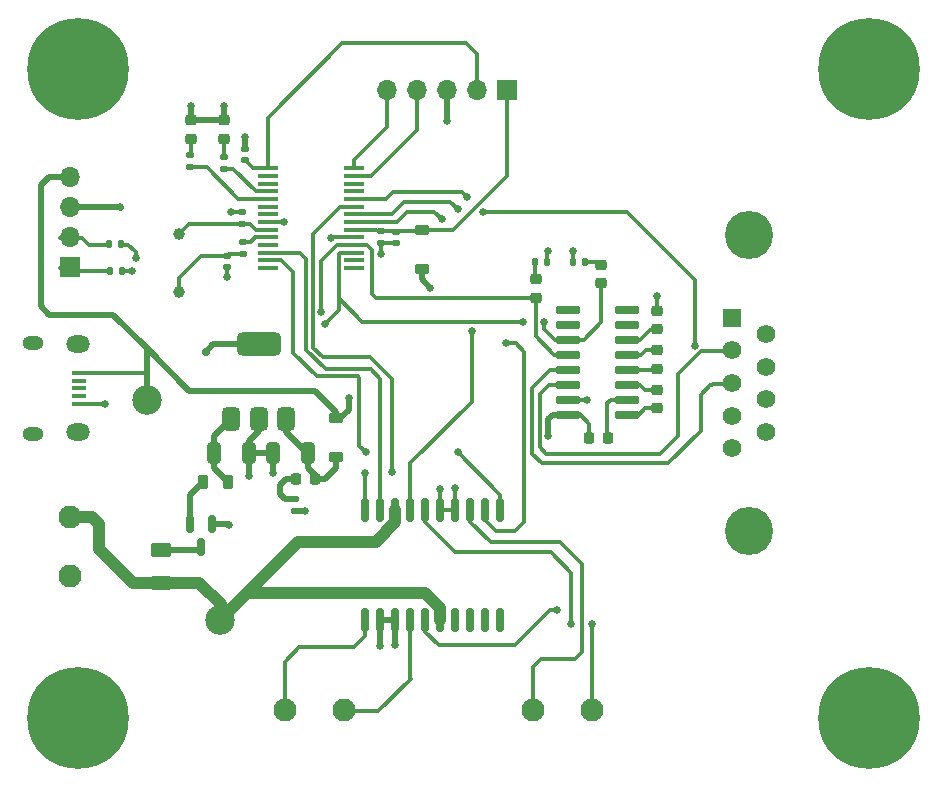
<source format=gbr>
%TF.GenerationSoftware,KiCad,Pcbnew,9.0.0*%
%TF.CreationDate,2025-05-02T19:21:31+02:00*%
%TF.ProjectId,PIC_GATE_LOCK_SYSTEM,5049435f-4741-4544-955f-4c4f434b5f53,rev?*%
%TF.SameCoordinates,Original*%
%TF.FileFunction,Copper,L1,Top*%
%TF.FilePolarity,Positive*%
%FSLAX46Y46*%
G04 Gerber Fmt 4.6, Leading zero omitted, Abs format (unit mm)*
G04 Created by KiCad (PCBNEW 9.0.0) date 2025-05-02 19:21:31*
%MOMM*%
%LPD*%
G01*
G04 APERTURE LIST*
G04 Aperture macros list*
%AMRoundRect*
0 Rectangle with rounded corners*
0 $1 Rounding radius*
0 $2 $3 $4 $5 $6 $7 $8 $9 X,Y pos of 4 corners*
0 Add a 4 corners polygon primitive as box body*
4,1,4,$2,$3,$4,$5,$6,$7,$8,$9,$2,$3,0*
0 Add four circle primitives for the rounded corners*
1,1,$1+$1,$2,$3*
1,1,$1+$1,$4,$5*
1,1,$1+$1,$6,$7*
1,1,$1+$1,$8,$9*
0 Add four rect primitives between the rounded corners*
20,1,$1+$1,$2,$3,$4,$5,0*
20,1,$1+$1,$4,$5,$6,$7,0*
20,1,$1+$1,$6,$7,$8,$9,0*
20,1,$1+$1,$8,$9,$2,$3,0*%
G04 Aperture macros list end*
%TA.AperFunction,SMDPad,CuDef*%
%ADD10RoundRect,0.150000X-0.150000X0.875000X-0.150000X-0.875000X0.150000X-0.875000X0.150000X0.875000X0*%
%TD*%
%TA.AperFunction,SMDPad,CuDef*%
%ADD11RoundRect,0.225000X0.375000X-0.225000X0.375000X0.225000X-0.375000X0.225000X-0.375000X-0.225000X0*%
%TD*%
%TA.AperFunction,ComponentPad*%
%ADD12R,1.700000X1.700000*%
%TD*%
%TA.AperFunction,ComponentPad*%
%ADD13O,1.700000X1.700000*%
%TD*%
%TA.AperFunction,SMDPad,CuDef*%
%ADD14RoundRect,0.218750X-0.256250X0.218750X-0.256250X-0.218750X0.256250X-0.218750X0.256250X0.218750X0*%
%TD*%
%TA.AperFunction,SMDPad,CuDef*%
%ADD15RoundRect,0.250000X0.625000X-0.375000X0.625000X0.375000X-0.625000X0.375000X-0.625000X-0.375000X0*%
%TD*%
%TA.AperFunction,SMDPad,CuDef*%
%ADD16RoundRect,0.135000X-0.135000X-0.185000X0.135000X-0.185000X0.135000X0.185000X-0.135000X0.185000X0*%
%TD*%
%TA.AperFunction,ComponentPad*%
%ADD17C,1.950000*%
%TD*%
%TA.AperFunction,SMDPad,CuDef*%
%ADD18RoundRect,0.135000X0.135000X0.185000X-0.135000X0.185000X-0.135000X-0.185000X0.135000X-0.185000X0*%
%TD*%
%TA.AperFunction,SMDPad,CuDef*%
%ADD19RoundRect,0.140000X0.170000X-0.140000X0.170000X0.140000X-0.170000X0.140000X-0.170000X-0.140000X0*%
%TD*%
%TA.AperFunction,ComponentPad*%
%ADD20R,1.575000X1.575000*%
%TD*%
%TA.AperFunction,ComponentPad*%
%ADD21C,1.575000*%
%TD*%
%TA.AperFunction,ComponentPad*%
%ADD22C,4.066000*%
%TD*%
%TA.AperFunction,ComponentPad*%
%ADD23C,0.900000*%
%TD*%
%TA.AperFunction,ComponentPad*%
%ADD24C,8.600000*%
%TD*%
%TA.AperFunction,SMDPad,CuDef*%
%ADD25RoundRect,0.135000X-0.185000X0.135000X-0.185000X-0.135000X0.185000X-0.135000X0.185000X0.135000X0*%
%TD*%
%TA.AperFunction,SMDPad,CuDef*%
%ADD26RoundRect,0.250000X0.325000X0.650000X-0.325000X0.650000X-0.325000X-0.650000X0.325000X-0.650000X0*%
%TD*%
%TA.AperFunction,SMDPad,CuDef*%
%ADD27RoundRect,0.140000X-0.170000X0.140000X-0.170000X-0.140000X0.170000X-0.140000X0.170000X0.140000X0*%
%TD*%
%TA.AperFunction,SMDPad,CuDef*%
%ADD28RoundRect,0.250000X-0.325000X-0.650000X0.325000X-0.650000X0.325000X0.650000X-0.325000X0.650000X0*%
%TD*%
%TA.AperFunction,SMDPad,CuDef*%
%ADD29RoundRect,0.218750X-0.218750X-0.381250X0.218750X-0.381250X0.218750X0.381250X-0.218750X0.381250X0*%
%TD*%
%TA.AperFunction,SMDPad,CuDef*%
%ADD30RoundRect,0.150000X-0.150000X0.587500X-0.150000X-0.587500X0.150000X-0.587500X0.150000X0.587500X0*%
%TD*%
%TA.AperFunction,SMDPad,CuDef*%
%ADD31R,1.655601X0.431800*%
%TD*%
%TA.AperFunction,SMDPad,CuDef*%
%ADD32C,2.500000*%
%TD*%
%TA.AperFunction,SMDPad,CuDef*%
%ADD33RoundRect,0.225000X0.250000X-0.225000X0.250000X0.225000X-0.250000X0.225000X-0.250000X-0.225000X0*%
%TD*%
%TA.AperFunction,SMDPad,CuDef*%
%ADD34RoundRect,0.375000X0.375000X-0.625000X0.375000X0.625000X-0.375000X0.625000X-0.375000X-0.625000X0*%
%TD*%
%TA.AperFunction,SMDPad,CuDef*%
%ADD35RoundRect,0.500000X1.400000X-0.500000X1.400000X0.500000X-1.400000X0.500000X-1.400000X-0.500000X0*%
%TD*%
%TA.AperFunction,SMDPad,CuDef*%
%ADD36RoundRect,0.225000X-0.225000X-0.250000X0.225000X-0.250000X0.225000X0.250000X-0.225000X0.250000X0*%
%TD*%
%TA.AperFunction,SMDPad,CuDef*%
%ADD37RoundRect,0.075000X0.910000X0.225000X-0.910000X0.225000X-0.910000X-0.225000X0.910000X-0.225000X0*%
%TD*%
%TA.AperFunction,SMDPad,CuDef*%
%ADD38RoundRect,0.225000X-0.375000X0.225000X-0.375000X-0.225000X0.375000X-0.225000X0.375000X0.225000X0*%
%TD*%
%TA.AperFunction,SMDPad,CuDef*%
%ADD39RoundRect,0.218750X-0.218750X-0.256250X0.218750X-0.256250X0.218750X0.256250X-0.218750X0.256250X0*%
%TD*%
%TA.AperFunction,SMDPad,CuDef*%
%ADD40RoundRect,0.135000X0.185000X-0.135000X0.185000X0.135000X-0.185000X0.135000X-0.185000X-0.135000X0*%
%TD*%
%TA.AperFunction,SMDPad,CuDef*%
%ADD41R,1.300000X0.450000*%
%TD*%
%TA.AperFunction,HeatsinkPad*%
%ADD42O,1.800000X1.150000*%
%TD*%
%TA.AperFunction,HeatsinkPad*%
%ADD43O,2.000000X1.450000*%
%TD*%
%TA.AperFunction,ComponentPad*%
%ADD44C,1.007000*%
%TD*%
%TA.AperFunction,ViaPad*%
%ADD45C,0.650000*%
%TD*%
%TA.AperFunction,ViaPad*%
%ADD46C,0.700000*%
%TD*%
%TA.AperFunction,Conductor*%
%ADD47C,0.300000*%
%TD*%
%TA.AperFunction,Conductor*%
%ADD48C,0.500000*%
%TD*%
%TA.AperFunction,Conductor*%
%ADD49C,1.000000*%
%TD*%
G04 APERTURE END LIST*
D10*
%TO.P,U4,20*%
%TO.N,N/C*%
X140080000Y-121660000D03*
%TO.P,U4,19*%
X138810000Y-121660000D03*
%TO.P,U4,18*%
X137540000Y-121660000D03*
%TO.P,U4,17*%
X136270000Y-121660000D03*
%TO.P,U4,16,VCC1*%
%TO.N,+12V*%
X135000000Y-121660000D03*
%TO.P,U4,15,4A*%
%TO.N,RB3*%
X133730000Y-121660000D03*
%TO.P,U4,14,4Y*%
%TO.N,Net-(M2-Pin_2)*%
X132460000Y-121660000D03*
%TO.P,U4,13,GND*%
%TO.N,GND*%
X131190000Y-121660000D03*
%TO.P,U4,12,GND*%
X129920000Y-121660000D03*
%TO.P,U4,11,3Y*%
%TO.N,Net-(M2-Pin_1)*%
X128650000Y-121660000D03*
%TO.P,U4,10,3A*%
%TO.N,RB2*%
X128650000Y-112350000D03*
%TO.P,U4,9,EN3\u002C4*%
%TO.N,EN3.4*%
X129920000Y-112350000D03*
%TO.P,U4,8,VCC2*%
%TO.N,+12V*%
X131190000Y-112350000D03*
%TO.P,U4,7,2A*%
%TO.N,RB1*%
X132460000Y-112350000D03*
%TO.P,U4,6,2Y*%
%TO.N,Net-(M1-Pin_2)*%
X133730000Y-112350000D03*
%TO.P,U4,5,GND*%
%TO.N,GND*%
X135000000Y-112350000D03*
%TO.P,U4,4,GND*%
X136270000Y-112350000D03*
%TO.P,U4,3,1Y*%
%TO.N,Net-(M1-Pin_1)*%
X137540000Y-112350000D03*
%TO.P,U4,2,1A*%
%TO.N,RB0*%
X138810000Y-112350000D03*
%TO.P,U4,1,EN1\u002C2*%
%TO.N,EN1.2*%
X140080000Y-112350000D03*
%TD*%
D11*
%TO.P,D1,2,A*%
%TO.N,+5V*%
X126160000Y-104580000D03*
%TO.P,D1,1,K*%
%TO.N,Net-(D1-K)*%
X126160000Y-107880000D03*
%TD*%
D12*
%TO.P,J2,1,Pin_1*%
%TO.N,PIC_VDD*%
X140650000Y-76800000D03*
D13*
%TO.P,J2,2,Pin_2*%
%TO.N,MCLR*%
X138110000Y-76800000D03*
%TO.P,J2,3,Pin_3*%
%TO.N,GND*%
X135570000Y-76800000D03*
%TO.P,J2,4,Pin_4*%
%TO.N,ICSP_CLK*%
X133030000Y-76800000D03*
%TO.P,J2,5,Pin_5*%
%TO.N,ICSP_DAT*%
X130490000Y-76800000D03*
%TD*%
D14*
%TO.P,RXD,1,K*%
%TO.N,Net-(D3-K)*%
X143050000Y-92820000D03*
%TO.P,RXD,2,A*%
%TO.N,PIC_RXD*%
X143050000Y-94395000D03*
%TD*%
D15*
%TO.P,F1,1*%
%TO.N,+12V*%
X111345000Y-118487500D03*
%TO.P,F1,2*%
%TO.N,Net-(Q1-D)*%
X111345000Y-115687500D03*
%TD*%
D16*
%TO.P,R4,1*%
%TO.N,Net-(J4-Pin_2)*%
X106910000Y-89850000D03*
%TO.P,R4,2*%
%TO.N,PIC_RXD*%
X107930000Y-89850000D03*
%TD*%
D17*
%TO.P,M2,1,Pin_1*%
%TO.N,Net-(M2-Pin_1)*%
X121850000Y-129250000D03*
%TO.P,M2,2,Pin_2*%
%TO.N,Net-(M2-Pin_2)*%
X126850000Y-129250000D03*
%TD*%
D18*
%TO.P,R3,1*%
%TO.N,Net-(D4-K)*%
X147225000Y-91380000D03*
%TO.P,R3,2*%
%TO.N,GND*%
X146205000Y-91380000D03*
%TD*%
D19*
%TO.P,C7,1*%
%TO.N,MCLR*%
X118415000Y-82705000D03*
%TO.P,C7,2*%
%TO.N,GND*%
X118415000Y-81745000D03*
%TD*%
D20*
%TO.P,J3,1,1*%
%TO.N,unconnected-(J3-Pad1)*%
X159680000Y-96045000D03*
D21*
%TO.P,J3,2,2*%
%TO.N,RXD*%
X159680000Y-98815000D03*
%TO.P,J3,3,3*%
%TO.N,TXD*%
X159680000Y-101585000D03*
%TO.P,J3,4,4*%
%TO.N,unconnected-(J3-Pad4)*%
X159680000Y-104355000D03*
%TO.P,J3,5,5*%
%TO.N,GND*%
X159680000Y-107125000D03*
%TO.P,J3,6,6*%
%TO.N,unconnected-(J3-Pad6)*%
X162520000Y-97430000D03*
%TO.P,J3,7,7*%
%TO.N,unconnected-(J3-Pad7)*%
X162520000Y-100200000D03*
%TO.P,J3,8,8*%
%TO.N,unconnected-(J3-Pad8)*%
X162520000Y-102970000D03*
%TO.P,J3,9,9*%
%TO.N,unconnected-(J3-Pad9)*%
X162520000Y-105740000D03*
D22*
%TO.P,J3,S1*%
%TO.N,N/C*%
X161100000Y-114080000D03*
%TO.P,J3,S2*%
X161100000Y-89090000D03*
%TD*%
D17*
%TO.P,M1,1,Pin_1*%
%TO.N,Net-(M1-Pin_1)*%
X142850000Y-129250000D03*
%TO.P,M1,2,Pin_2*%
%TO.N,Net-(M1-Pin_2)*%
X147850000Y-129250000D03*
%TD*%
D23*
%TO.P,H2,1,1*%
%TO.N,GND*%
X101115419Y-75010419D03*
X102060000Y-72730000D03*
X102060000Y-77290838D03*
X104340419Y-71785419D03*
D24*
X104340419Y-75010419D03*
D23*
X104340419Y-78235419D03*
X106620838Y-72730000D03*
X106620838Y-77290838D03*
X107565419Y-75010419D03*
%TD*%
D25*
%TO.P,R8,1*%
%TO.N,PIC_OSC2*%
X118275000Y-89645000D03*
%TO.P,R8,2*%
%TO.N,Net-(C11-Pad1)*%
X118275000Y-90665000D03*
%TD*%
D26*
%TO.P,C4,1*%
%TO.N,Net-(D1-K)*%
X123805000Y-107505000D03*
%TO.P,C4,2*%
%TO.N,GND*%
X120855000Y-107505000D03*
%TD*%
D27*
%TO.P,C9,1*%
%TO.N,PIC_VDD*%
X129970000Y-88740000D03*
%TO.P,C9,2*%
%TO.N,GND*%
X129970000Y-89700000D03*
%TD*%
D16*
%TO.P,R5,1*%
%TO.N,Net-(J4-Pin_1)*%
X106990000Y-92090000D03*
%TO.P,R5,2*%
%TO.N,PIC_TXD*%
X108010000Y-92090000D03*
%TD*%
%TO.P,R2,1*%
%TO.N,Net-(D3-K)*%
X143025000Y-91300000D03*
%TO.P,R2,2*%
%TO.N,GND*%
X144045000Y-91300000D03*
%TD*%
D25*
%TO.P,R1,1*%
%TO.N,Net-(D2-K)*%
X122655000Y-111435000D03*
%TO.P,R1,2*%
%TO.N,GND*%
X122655000Y-112455000D03*
%TD*%
D28*
%TO.P,C5,1*%
%TO.N,Net-(U2-IN)*%
X115820000Y-107545000D03*
%TO.P,C5,2*%
%TO.N,GND*%
X118770000Y-107545000D03*
%TD*%
D29*
%TO.P,FB1,1*%
%TO.N,Net-(Q1-S)*%
X114897500Y-109990000D03*
%TO.P,FB1,2*%
%TO.N,Net-(U2-IN)*%
X117022500Y-109990000D03*
%TD*%
D30*
%TO.P,Q1,1,G*%
%TO.N,GND*%
X115695000Y-113557500D03*
%TO.P,Q1,2,S*%
%TO.N,Net-(Q1-S)*%
X113795000Y-113557500D03*
%TO.P,Q1,3,D*%
%TO.N,Net-(Q1-D)*%
X114745000Y-115432500D03*
%TD*%
D31*
%TO.P,U3,1,RE3/~{MCLR}/Vpp*%
%TO.N,MCLR*%
X120389398Y-83405001D03*
%TO.P,U3,2,ULPWU/C12IN0-/AN0/RA0*%
%TO.N,unconnected-(U3-ULPWU{slash}C12IN0-{slash}AN0{slash}RA0-Pad2)*%
X120389398Y-84055002D03*
%TO.P,U3,3,C12IN1-/AN1/RA1*%
%TO.N,unconnected-(U3-C12IN1-{slash}AN1{slash}RA1-Pad3)*%
X120389398Y-84705001D03*
%TO.P,U3,4,CVref/C2IN1+/Vref-/AN2/RA2*%
%TO.N,GREEN*%
X120389398Y-85355002D03*
%TO.P,U3,5,C1IN+/Vref+/AN3/RA3*%
%TO.N,RED*%
X120389398Y-86005000D03*
%TO.P,U3,6,T0CKI/C1OUT/RA4*%
%TO.N,unconnected-(U3-T0CKI{slash}C1OUT{slash}RA4-Pad6)*%
X120389398Y-86655002D03*
%TO.P,U3,7,~{SS}/C2OUT/AN4/RA5*%
%TO.N,unconnected-(U3-~{SS}{slash}C2OUT{slash}AN4{slash}RA5-Pad7)*%
X120389398Y-87305000D03*
%TO.P,U3,8,VSS*%
%TO.N,GND*%
X120389398Y-87954999D03*
%TO.P,U3,9,CLKIN/OSC1/RA7*%
%TO.N,PIC_OSC1*%
X120389398Y-88605000D03*
%TO.P,U3,10,CLKOUT/OSC2/RA6*%
%TO.N,PIC_OSC2*%
X120389398Y-89254999D03*
%TO.P,U3,11,RC0/T1OSO/T1CK1*%
%TO.N,unconnected-(U3-RC0{slash}T1OSO{slash}T1CK1-Pad11)*%
X120389398Y-89905000D03*
%TO.P,U3,12,RC1/T1OSI/CCP2*%
%TO.N,EN3.4*%
X120389398Y-90554999D03*
%TO.P,U3,13,RC2/P1A/CCP1*%
%TO.N,EN1.2*%
X120389398Y-91205000D03*
%TO.P,U3,14,RC3/SCK/SCL*%
%TO.N,unconnected-(U3-RC3{slash}SCK{slash}SCL-Pad14)*%
X120389398Y-91854999D03*
%TO.P,U3,15,RC4/SDI/SDA*%
%TO.N,unconnected-(U3-RC4{slash}SDI{slash}SDA-Pad15)*%
X127645000Y-91855001D03*
%TO.P,U3,16,RC5/SDO*%
%TO.N,unconnected-(U3-RC5{slash}SDO-Pad16)*%
X127645000Y-91205000D03*
%TO.P,U3,17,RC6/TX/CK*%
%TO.N,PIC_TXD*%
X127645000Y-90555001D03*
%TO.P,U3,18,RC7/RX/DT*%
%TO.N,PIC_RXD*%
X127645000Y-89905000D03*
%TO.P,U3,19,VSS*%
%TO.N,GND*%
X127645000Y-89255002D03*
%TO.P,U3,20,VDD*%
%TO.N,PIC_VDD*%
X127645000Y-88605000D03*
%TO.P,U3,21,INT/AN12/RB0*%
%TO.N,RB0*%
X127645000Y-87955002D03*
%TO.P,U3,22,P1C/AN10/RB1*%
%TO.N,RB1*%
X127645000Y-87305000D03*
%TO.P,U3,23,P1B/AN8/RB2*%
%TO.N,RB2*%
X127645000Y-86655002D03*
%TO.P,U3,24,PGM/C12IN2-/AN8/RB3*%
%TO.N,RB3*%
X127645000Y-86005000D03*
%TO.P,U3,25,P1D/AN11/RB4*%
%TO.N,unconnected-(U3-P1D{slash}AN11{slash}RB4-Pad25)*%
X127645000Y-85355002D03*
%TO.P,U3,26,~{T1G}/AN13/RB5*%
%TO.N,unconnected-(U3-~{T1G}{slash}AN13{slash}RB5-Pad26)*%
X127645000Y-84705001D03*
%TO.P,U3,27,ICSPCLK/RB6*%
%TO.N,ICSP_CLK*%
X127645000Y-84055002D03*
%TO.P,U3,28,ICSPDAT/RB7*%
%TO.N,ICSP_DAT*%
X127645000Y-83405001D03*
%TD*%
D32*
%TO.P,TP2,1,1*%
%TO.N,+5V*%
X110120000Y-102990000D03*
%TD*%
D33*
%TO.P,C1,1*%
%TO.N,Net-(U1-VS-)*%
X153320000Y-97040000D03*
%TO.P,C1,2*%
%TO.N,GND*%
X153320000Y-95490000D03*
%TD*%
D17*
%TO.P,12V1,1,Pin_1*%
%TO.N,+12V*%
X103650000Y-112930000D03*
%TO.P,12V1,2,Pin_2*%
%TO.N,GND*%
X103650000Y-117930000D03*
%TD*%
D34*
%TO.P,U2,1,IN*%
%TO.N,Net-(U2-IN)*%
X117295000Y-104615000D03*
%TO.P,U2,2,GND*%
%TO.N,GND*%
X119595000Y-104615000D03*
%TO.P,U2,3,OUT*%
%TO.N,Net-(D1-K)*%
X121895000Y-104615000D03*
D35*
%TO.P,U2,4*%
%TO.N,GND*%
X119595000Y-98315000D03*
%TD*%
D36*
%TO.P,C2,1*%
%TO.N,+5V*%
X147615000Y-106270000D03*
%TO.P,C2,2*%
%TO.N,Net-(U1-VS+)*%
X149165000Y-106270000D03*
%TD*%
D37*
%TO.P,U1,1,C1+*%
%TO.N,Net-(U1-C1+)*%
X150775000Y-104280000D03*
%TO.P,U1,2,VS+*%
%TO.N,Net-(U1-VS+)*%
X150775000Y-103010000D03*
%TO.P,U1,3,C1-*%
%TO.N,Net-(U1-C1-)*%
X150775000Y-101740000D03*
%TO.P,U1,4,C2+*%
%TO.N,Net-(U1-C2+)*%
X150775000Y-100470000D03*
%TO.P,U1,5,C2-*%
%TO.N,Net-(U1-C2-)*%
X150775000Y-99200000D03*
%TO.P,U1,6,VS-*%
%TO.N,Net-(U1-VS-)*%
X150775000Y-97930000D03*
%TO.P,U1,7,T2OUT*%
%TO.N,unconnected-(U1-T2OUT-Pad7)*%
X150775000Y-96660000D03*
%TO.P,U1,8,R2IN*%
%TO.N,unconnected-(U1-R2IN-Pad8)*%
X150775000Y-95390000D03*
%TO.P,U1,9,R2OUT*%
%TO.N,unconnected-(U1-R2OUT-Pad9)*%
X145825000Y-95390000D03*
%TO.P,U1,10,T2IN*%
%TO.N,unconnected-(U1-T2IN-Pad10)*%
X145825000Y-96660000D03*
%TO.P,U1,11,T1IN*%
%TO.N,PIC_TXD*%
X145825000Y-97930000D03*
%TO.P,U1,12,R1OUT*%
%TO.N,PIC_RXD*%
X145825000Y-99200000D03*
%TO.P,U1,13,R1IN*%
%TO.N,TXD*%
X145825000Y-100470000D03*
%TO.P,U1,14,T1OUT*%
%TO.N,RXD*%
X145825000Y-101740000D03*
%TO.P,U1,15,GND*%
%TO.N,GND*%
X145825000Y-103010000D03*
%TO.P,U1,16,VCC*%
%TO.N,+5V*%
X145825000Y-104280000D03*
%TD*%
D14*
%TO.P,D6,1,K*%
%TO.N,GND*%
X116695000Y-79340000D03*
%TO.P,D6,2,A*%
%TO.N,Net-(D6-A)*%
X116695000Y-80915000D03*
%TD*%
D27*
%TO.P,C11,1*%
%TO.N,Net-(C11-Pad1)*%
X116945000Y-90845000D03*
%TO.P,C11,2*%
%TO.N,GND*%
X116945000Y-91805000D03*
%TD*%
D38*
%TO.P,D7,1,K*%
%TO.N,PIC_VDD*%
X133420000Y-88650000D03*
%TO.P,D7,2,A*%
%TO.N,+5V*%
X133420000Y-91950000D03*
%TD*%
D39*
%TO.P,D2,1,K*%
%TO.N,Net-(D2-K)*%
X122777500Y-109715000D03*
%TO.P,D2,2,A*%
%TO.N,Net-(D1-K)*%
X124352500Y-109715000D03*
%TD*%
D40*
%TO.P,R7,1*%
%TO.N,GREEN*%
X116695000Y-83430000D03*
%TO.P,R7,2*%
%TO.N,Net-(D6-A)*%
X116695000Y-82410000D03*
%TD*%
D23*
%TO.P,H4,1,1*%
%TO.N,GND*%
X168055000Y-129985000D03*
X168999581Y-127704581D03*
X168999581Y-132265419D03*
X171280000Y-126760000D03*
D24*
X171280000Y-129985000D03*
D23*
X171280000Y-133210000D03*
X173560419Y-127704581D03*
X173560419Y-132265419D03*
X174505000Y-129985000D03*
%TD*%
D33*
%TO.P,C3,1*%
%TO.N,Net-(U1-C2+)*%
X153295000Y-100360000D03*
%TO.P,C3,2*%
%TO.N,Net-(U1-C2-)*%
X153295000Y-98810000D03*
%TD*%
D23*
%TO.P,H1,1,1*%
%TO.N,GND*%
X168055000Y-75010419D03*
X168999581Y-72730000D03*
X168999581Y-77290838D03*
X171280000Y-71785419D03*
D24*
X171280000Y-75010419D03*
D23*
X171280000Y-78235419D03*
X173560419Y-72730000D03*
X173560419Y-77290838D03*
X174505000Y-75010419D03*
%TD*%
D40*
%TO.P,R6,1*%
%TO.N,RED*%
X113805000Y-83335000D03*
%TO.P,R6,2*%
%TO.N,Net-(D5-A)*%
X113805000Y-82315000D03*
%TD*%
D12*
%TO.P,J4,1,Pin_1*%
%TO.N,Net-(J4-Pin_1)*%
X103620000Y-91750000D03*
D13*
%TO.P,J4,2,Pin_2*%
%TO.N,Net-(J4-Pin_2)*%
X103620000Y-89210000D03*
%TO.P,J4,3,Pin_3*%
%TO.N,GND*%
X103620000Y-86670000D03*
%TO.P,J4,4,Pin_4*%
%TO.N,+5V*%
X103620000Y-84130000D03*
%TD*%
D14*
%TO.P,TXD,1,K*%
%TO.N,Net-(D4-K)*%
X148625000Y-91580000D03*
%TO.P,TXD,2,A*%
%TO.N,PIC_TXD*%
X148625000Y-93155000D03*
%TD*%
D32*
%TO.P,TP1,1,1*%
%TO.N,+12V*%
X116315000Y-121667500D03*
%TD*%
D41*
%TO.P,J1,1,VBUS*%
%TO.N,+5V*%
X104355000Y-100740000D03*
%TO.P,J1,2,D-*%
%TO.N,unconnected-(J1-D--Pad2)*%
X104355000Y-101390000D03*
%TO.P,J1,3,D+*%
%TO.N,unconnected-(J1-D+-Pad3)*%
X104355000Y-102040000D03*
%TO.P,J1,4,ID*%
%TO.N,unconnected-(J1-ID-Pad4)*%
X104355000Y-102690000D03*
%TO.P,J1,5,GND*%
%TO.N,GND*%
X104355000Y-103340000D03*
D42*
%TO.P,J1,6,Shield*%
%TO.N,unconnected-(J1-Shield-Pad6)*%
X100505000Y-98165000D03*
D43*
%TO.N,unconnected-(J1-Shield-Pad6)_2*%
X104305000Y-98315000D03*
%TO.N,unconnected-(J1-Shield-Pad6)_1*%
X104305000Y-105765000D03*
D42*
%TO.N,unconnected-(J1-Shield-Pad6)_3*%
X100505000Y-105915000D03*
%TD*%
D19*
%TO.P,C8,1*%
%TO.N,PIC_OSC1*%
X118215000Y-88085000D03*
%TO.P,C8,2*%
%TO.N,GND*%
X118215000Y-87125000D03*
%TD*%
D27*
%TO.P,C10,1*%
%TO.N,PIC_VDD*%
X131220000Y-88790000D03*
%TO.P,C10,2*%
%TO.N,GND*%
X131220000Y-89750000D03*
%TD*%
D14*
%TO.P,D5,1,K*%
%TO.N,GND*%
X113875000Y-79357500D03*
%TO.P,D5,2,A*%
%TO.N,Net-(D5-A)*%
X113875000Y-80932500D03*
%TD*%
D23*
%TO.P,H3,1,1*%
%TO.N,GND*%
X101115419Y-129985000D03*
X102060000Y-127704581D03*
X102060000Y-132265419D03*
X104340419Y-126760000D03*
D24*
X104340419Y-129985000D03*
D23*
X104340419Y-133210000D03*
X106620838Y-127704581D03*
X106620838Y-132265419D03*
X107565419Y-129985000D03*
%TD*%
D44*
%TO.P,Y1,1,1*%
%TO.N,Net-(C11-Pad1)*%
X112835000Y-93867500D03*
%TO.P,Y1,2,2*%
%TO.N,PIC_OSC1*%
X112835000Y-88987500D03*
%TD*%
D33*
%TO.P,C6,1*%
%TO.N,Net-(U1-C1+)*%
X153335000Y-103715000D03*
%TO.P,C6,2*%
%TO.N,Net-(U1-C1-)*%
X153335000Y-102165000D03*
%TD*%
D45*
%TO.N,GND*%
X135550000Y-79420000D03*
X107885000Y-86685000D03*
D46*
X115110000Y-98970000D03*
D45*
%TO.N,+5V*%
X127260000Y-102860000D03*
%TO.N,GND*%
X144060000Y-90370000D03*
X116950000Y-92640000D03*
X120840000Y-109190000D03*
X131190000Y-123750000D03*
X153345000Y-94235000D03*
X134960000Y-110530000D03*
X136250000Y-110490000D03*
X117130000Y-113570000D03*
X129980000Y-90650000D03*
X129920000Y-123880000D03*
X146190000Y-90420000D03*
X123520000Y-112460000D03*
X118415000Y-80775000D03*
X118780000Y-109450000D03*
X116695000Y-78125000D03*
X106570000Y-103350000D03*
X121775001Y-87954999D03*
X147390000Y-103010000D03*
X117280000Y-87120000D03*
X113875000Y-78115000D03*
X125720000Y-89290000D03*
%TO.N,+5V*%
X134130000Y-93500000D03*
X144130000Y-106030000D03*
%TO.N,PIC_RXD*%
X109190000Y-91020000D03*
X124885000Y-95550000D03*
%TO.N,PIC_TXD*%
X141950000Y-96390000D03*
X143790000Y-96420000D03*
X108860000Y-92100000D03*
X125210000Y-96600000D03*
%TO.N,Net-(M1-Pin_2)*%
X146080000Y-121970000D03*
X147860000Y-121990000D03*
%TO.N,RB0*%
X140530000Y-98230000D03*
X135100000Y-87720000D03*
%TO.N,RB1*%
X137700000Y-97220000D03*
X136510000Y-86890000D03*
%TO.N,RB3*%
X144880000Y-120840000D03*
X138590000Y-87130000D03*
X156520000Y-98430000D03*
X137260000Y-85800000D03*
%TO.N,EN1.2*%
X136440000Y-107460000D03*
X128680000Y-107460000D03*
%TO.N,RB2*%
X128650000Y-109190000D03*
X130890000Y-109150000D03*
%TD*%
D47*
%TO.N,GND*%
X104355000Y-103340000D02*
X106560000Y-103340000D01*
X106560000Y-103340000D02*
X106570000Y-103350000D01*
%TO.N,+5V*%
X104355000Y-100740000D02*
X104365000Y-100730000D01*
X104365000Y-100730000D02*
X110120000Y-100730000D01*
D48*
X110120000Y-100730000D02*
X110120000Y-102990000D01*
%TO.N,GND*%
X135570000Y-79400000D02*
X135550000Y-79420000D01*
X135570000Y-76800000D02*
X135570000Y-79400000D01*
X107885000Y-86685000D02*
X107940000Y-86740000D01*
X107870000Y-86670000D02*
X107885000Y-86685000D01*
X103620000Y-86670000D02*
X107870000Y-86670000D01*
%TO.N,+5V*%
X126510000Y-104580000D02*
X127260000Y-103830000D01*
X127260000Y-103830000D02*
X127260000Y-102860000D01*
X126160000Y-104580000D02*
X126510000Y-104580000D01*
X124340000Y-102240000D02*
X113730000Y-102240000D01*
X113730000Y-102240000D02*
X110120000Y-98630000D01*
X126160000Y-104060000D02*
X124340000Y-102240000D01*
X126160000Y-104580000D02*
X126160000Y-104060000D01*
%TO.N,GND*%
X119595000Y-105655000D02*
X119595000Y-104615000D01*
X118770000Y-106480000D02*
X119595000Y-105655000D01*
X118770000Y-107545000D02*
X118770000Y-106480000D01*
%TO.N,Net-(D1-K)*%
X121895000Y-105705000D02*
X121895000Y-104615000D01*
X123695000Y-107505000D02*
X121895000Y-105705000D01*
X123805000Y-107505000D02*
X123695000Y-107505000D01*
X126160000Y-108780000D02*
X126160000Y-107880000D01*
X125225000Y-109715000D02*
X126160000Y-108780000D01*
X124352500Y-109715000D02*
X125225000Y-109715000D01*
X123805000Y-108795000D02*
X123805000Y-107505000D01*
X124352500Y-109342500D02*
X123805000Y-108795000D01*
X124352500Y-109715000D02*
X124352500Y-109342500D01*
%TO.N,Net-(D2-K)*%
X121845000Y-111435000D02*
X122655000Y-111435000D01*
X121420000Y-111010000D02*
X121845000Y-111435000D01*
X121420000Y-110220000D02*
X121420000Y-111010000D01*
X121925000Y-109715000D02*
X121420000Y-110220000D01*
X122777500Y-109715000D02*
X121925000Y-109715000D01*
%TO.N,Net-(Q1-S)*%
X113795000Y-113557500D02*
X113795000Y-111092500D01*
X113795000Y-111092500D02*
X114897500Y-109990000D01*
%TO.N,Net-(U2-IN)*%
X115820000Y-108787500D02*
X117022500Y-109990000D01*
X115820000Y-107545000D02*
X115820000Y-108787500D01*
D47*
%TO.N,Net-(U1-VS-)*%
X150775000Y-97930000D02*
X151880000Y-97930000D01*
X152735000Y-97075000D02*
X153345000Y-97075000D01*
X151880000Y-97930000D02*
X152735000Y-97075000D01*
D48*
%TO.N,GND*%
X113875000Y-79357500D02*
X113875000Y-78115000D01*
D47*
X121775001Y-87954999D02*
X121800000Y-87930000D01*
D48*
X116695000Y-78125000D02*
X116650000Y-78080000D01*
X118415000Y-81745000D02*
X118415000Y-80775000D01*
D47*
X153345000Y-94235000D02*
X153340000Y-94230000D01*
X144045000Y-91300000D02*
X144045000Y-90385000D01*
D48*
X119595000Y-104615000D02*
X119595000Y-104395000D01*
D47*
X117285000Y-87125000D02*
X117280000Y-87120000D01*
D48*
X123515000Y-112455000D02*
X123520000Y-112460000D01*
D47*
X135000000Y-112350000D02*
X136270000Y-112350000D01*
X131170000Y-89700000D02*
X131220000Y-89750000D01*
X136270000Y-110510000D02*
X136250000Y-110490000D01*
D48*
X117117500Y-113557500D02*
X117130000Y-113570000D01*
D47*
X146205000Y-91380000D02*
X146205000Y-90435000D01*
X147390000Y-103010000D02*
X147410000Y-102990000D01*
X125754998Y-89255002D02*
X125720000Y-89290000D01*
D48*
X116677500Y-79357500D02*
X116695000Y-79340000D01*
D47*
X153345000Y-95525000D02*
X153345000Y-94235000D01*
D48*
X120815000Y-107545000D02*
X120855000Y-107505000D01*
X116695000Y-79340000D02*
X116695000Y-78125000D01*
D47*
X116945000Y-92635000D02*
X116950000Y-92640000D01*
D48*
X115695000Y-113557500D02*
X117117500Y-113557500D01*
X113875000Y-79357500D02*
X116677500Y-79357500D01*
D47*
X118215000Y-87125000D02*
X117285000Y-87125000D01*
X129970000Y-90640000D02*
X129980000Y-90650000D01*
D48*
X120855000Y-109175000D02*
X120840000Y-109190000D01*
D47*
X136270000Y-112350000D02*
X136270000Y-110510000D01*
D48*
X131190000Y-121660000D02*
X131190000Y-123750000D01*
D47*
X135000000Y-110570000D02*
X134960000Y-110530000D01*
D48*
X113875000Y-78115000D02*
X113860000Y-78100000D01*
D47*
X144045000Y-90385000D02*
X144060000Y-90370000D01*
X127645000Y-89255002D02*
X125754998Y-89255002D01*
X145825000Y-103010000D02*
X147390000Y-103010000D01*
D48*
X129920000Y-123880000D02*
X129920000Y-121660000D01*
X120855000Y-107505000D02*
X120855000Y-109175000D01*
X122655000Y-112455000D02*
X123515000Y-112455000D01*
X118770000Y-107545000D02*
X120815000Y-107545000D01*
X118780000Y-109050000D02*
X118770000Y-109040000D01*
D47*
X129970000Y-89700000D02*
X129970000Y-90640000D01*
X120389398Y-87954999D02*
X121775001Y-87954999D01*
X129970000Y-89700000D02*
X131170000Y-89700000D01*
D48*
X118415000Y-80775000D02*
X118390000Y-80750000D01*
D47*
X135000000Y-112350000D02*
X135000000Y-110570000D01*
X116945000Y-91805000D02*
X116945000Y-92635000D01*
D48*
X118780000Y-109450000D02*
X118780000Y-109050000D01*
D47*
X146205000Y-90435000D02*
X146190000Y-90420000D01*
D48*
X118770000Y-109040000D02*
X118770000Y-107545000D01*
X129920000Y-121660000D02*
X131190000Y-121660000D01*
%TO.N,+5V*%
X101870000Y-95800000D02*
X107290000Y-95800000D01*
X133420000Y-92790000D02*
X134130000Y-93500000D01*
X101150000Y-84810000D02*
X101150000Y-95080000D01*
D47*
X110120000Y-101480000D02*
X110120000Y-102990000D01*
D48*
X101150000Y-95080000D02*
X101870000Y-95800000D01*
X103620000Y-84130000D02*
X101830000Y-84130000D01*
X107290000Y-95800000D02*
X110120000Y-98630000D01*
X144490000Y-104280000D02*
X144130000Y-104640000D01*
D47*
X147615000Y-106270000D02*
X147615000Y-105025000D01*
X110170000Y-101230000D02*
X110120000Y-101280000D01*
D48*
X133420000Y-91950000D02*
X133420000Y-92790000D01*
D47*
X147615000Y-105025000D02*
X146840000Y-104250000D01*
D48*
X101830000Y-84130000D02*
X101150000Y-84810000D01*
X110120000Y-98630000D02*
X110120000Y-100730000D01*
D47*
X110120000Y-101280000D02*
X110120000Y-101480000D01*
D48*
X145825000Y-104280000D02*
X144490000Y-104280000D01*
X144130000Y-104640000D02*
X144130000Y-106030000D01*
D47*
%TO.N,Net-(U1-VS+)*%
X150775000Y-103010000D02*
X149400000Y-103010000D01*
X149110000Y-103300000D02*
X149110000Y-105750000D01*
X149165000Y-105825000D02*
X149165000Y-106270000D01*
X149110000Y-105750000D02*
X149100000Y-105760000D01*
X149400000Y-103010000D02*
X149110000Y-103300000D01*
X149100000Y-105760000D02*
X149165000Y-105825000D01*
%TO.N,Net-(U1-C2+)*%
X150775000Y-100470000D02*
X153185000Y-100470000D01*
X153185000Y-100470000D02*
X153295000Y-100360000D01*
%TO.N,Net-(U1-C2-)*%
X151980000Y-99200000D02*
X152370000Y-98810000D01*
X150775000Y-99200000D02*
X151980000Y-99200000D01*
X152370000Y-98810000D02*
X153295000Y-98810000D01*
D48*
%TO.N,Net-(U2-IN)*%
X115820000Y-106090000D02*
X117295000Y-104615000D01*
X115820000Y-107545000D02*
X115820000Y-106090000D01*
D47*
%TO.N,Net-(U1-C1+)*%
X150775000Y-104280000D02*
X151770000Y-104280000D01*
X151770000Y-104280000D02*
X152335000Y-103715000D01*
X152335000Y-103715000D02*
X153335000Y-103715000D01*
%TO.N,Net-(U1-C1-)*%
X151850000Y-101740000D02*
X152275000Y-102165000D01*
X150775000Y-101740000D02*
X151850000Y-101740000D01*
X152275000Y-102165000D02*
X153335000Y-102165000D01*
%TO.N,MCLR*%
X119115001Y-83405001D02*
X118415000Y-82705000D01*
X120389398Y-79110602D02*
X126680000Y-72820000D01*
X138130000Y-74940000D02*
X138110000Y-74960000D01*
X138130000Y-73770000D02*
X138130000Y-74940000D01*
X126680000Y-72820000D02*
X137180000Y-72820000D01*
X138110000Y-74960000D02*
X138110000Y-76800000D01*
X137180000Y-72820000D02*
X138130000Y-73770000D01*
X120389398Y-83405001D02*
X119115001Y-83405001D01*
X120389398Y-83405001D02*
X120389398Y-79110602D01*
%TO.N,PIC_VDD*%
X140650000Y-84060000D02*
X140650000Y-76800000D01*
X133730000Y-88700000D02*
X133740000Y-88690000D01*
X140670000Y-84080000D02*
X140650000Y-84060000D01*
X133420000Y-88650000D02*
X136100000Y-88650000D01*
X129670000Y-88700000D02*
X130810000Y-88700000D01*
X136100000Y-88650000D02*
X140670000Y-84080000D01*
X130810000Y-88700000D02*
X133730000Y-88700000D01*
X129575000Y-88605000D02*
X129670000Y-88700000D01*
X127645000Y-88605000D02*
X129575000Y-88605000D01*
%TO.N,PIC_OSC1*%
X118215000Y-88085000D02*
X113737500Y-88085000D01*
X113737500Y-88085000D02*
X112835000Y-88987500D01*
X120389398Y-88605000D02*
X119365000Y-88605000D01*
X118845000Y-88085000D02*
X118215000Y-88085000D01*
X119365000Y-88605000D02*
X118845000Y-88085000D01*
%TO.N,Net-(C11-Pad1)*%
X116945000Y-90845000D02*
X114685000Y-90845000D01*
X112835000Y-92695000D02*
X112835000Y-93867500D01*
X117125000Y-90665000D02*
X116945000Y-90845000D01*
X114685000Y-90845000D02*
X112835000Y-92695000D01*
X118275000Y-90665000D02*
X117125000Y-90665000D01*
D48*
%TO.N,Net-(D2-K)*%
X122655000Y-109837500D02*
X122777500Y-109715000D01*
D47*
%TO.N,Net-(D3-K)*%
X143025000Y-92795000D02*
X143050000Y-92820000D01*
X143025000Y-91300000D02*
X143025000Y-92795000D01*
%TO.N,PIC_RXD*%
X129565000Y-94395000D02*
X143050000Y-94395000D01*
X143050000Y-97630000D02*
X144620000Y-99200000D01*
X126245000Y-89905000D02*
X124885000Y-91265000D01*
X124885000Y-91265000D02*
X124885000Y-95550000D01*
X126245000Y-89905000D02*
X127645000Y-89905000D01*
X144620000Y-99200000D02*
X145825000Y-99200000D01*
X129230000Y-94060000D02*
X129565000Y-94395000D01*
X129230000Y-90362200D02*
X129230000Y-94060000D01*
X109100000Y-90430000D02*
X109190000Y-90520000D01*
X107910000Y-89880000D02*
X108550000Y-89880000D01*
X108550000Y-89880000D02*
X109100000Y-90430000D01*
X128772800Y-89905000D02*
X129230000Y-90362200D01*
X109190000Y-90520000D02*
X109190000Y-91020000D01*
X127645000Y-89905000D02*
X128772800Y-89905000D01*
X143050000Y-94395000D02*
X143050000Y-97630000D01*
%TO.N,PIC_TXD*%
X126390000Y-94410000D02*
X128370000Y-96390000D01*
X126390000Y-95420000D02*
X126390000Y-94120000D01*
X145825000Y-97930000D02*
X144680000Y-97930000D01*
X108850000Y-92090000D02*
X108860000Y-92100000D01*
X143790000Y-97040000D02*
X143790000Y-96420000D01*
X126517200Y-90555001D02*
X126390000Y-90682201D01*
X126390000Y-94120000D02*
X126390000Y-94410000D01*
X128370000Y-96390000D02*
X141950000Y-96390000D01*
X108010000Y-92090000D02*
X108850000Y-92090000D01*
X148625000Y-96455000D02*
X148625000Y-93155000D01*
X126390000Y-90682201D02*
X126390000Y-94120000D01*
X127645000Y-90555001D02*
X126517200Y-90555001D01*
X144680000Y-97930000D02*
X144050000Y-97300000D01*
X147150000Y-97930000D02*
X148625000Y-96455000D01*
X144050000Y-97300000D02*
X143790000Y-97040000D01*
X125210000Y-96600000D02*
X126390000Y-95420000D01*
X145825000Y-97930000D02*
X147150000Y-97930000D01*
%TO.N,Net-(D4-K)*%
X147225000Y-91380000D02*
X148425000Y-91380000D01*
X148425000Y-91380000D02*
X148625000Y-91580000D01*
%TO.N,Net-(D5-A)*%
X113875000Y-80932500D02*
X113875000Y-82245000D01*
X113875000Y-82245000D02*
X113805000Y-82315000D01*
%TO.N,Net-(D6-A)*%
X116695000Y-80915000D02*
X116695000Y-82410000D01*
D48*
%TO.N,Net-(Q1-D)*%
X111345000Y-115687500D02*
X114490000Y-115687500D01*
X114490000Y-115687500D02*
X114745000Y-115432500D01*
D49*
%TO.N,+12V*%
X116315000Y-120425000D02*
X116315000Y-121667500D01*
X114587500Y-118487500D02*
X116420000Y-120320000D01*
X118960000Y-119340000D02*
X118801250Y-119181250D01*
X131190000Y-112350000D02*
X131190000Y-113374999D01*
X129524999Y-115040000D02*
X122942500Y-115040000D01*
X111345000Y-118487500D02*
X114587500Y-118487500D01*
X135000000Y-120635001D02*
X133704999Y-119340000D01*
X133704999Y-119340000D02*
X118960000Y-119340000D01*
X116420000Y-120320000D02*
X116315000Y-120425000D01*
X118801250Y-119181250D02*
X116315000Y-121667500D01*
X131190000Y-113374999D02*
X129524999Y-115040000D01*
X106050000Y-113510000D02*
X105470000Y-112930000D01*
X111345000Y-118487500D02*
X108927500Y-118487500D01*
X122942500Y-115040000D02*
X118801250Y-119181250D01*
X106050000Y-115610000D02*
X106050000Y-113510000D01*
X135000000Y-121660000D02*
X135000000Y-120635001D01*
X108927500Y-118487500D02*
X106050000Y-115610000D01*
X105470000Y-112930000D02*
X103650000Y-112930000D01*
D47*
%TO.N,RXD*%
X143960000Y-107580000D02*
X143420000Y-107040000D01*
X155150000Y-100820000D02*
X155150000Y-106030000D01*
X143420000Y-107040000D02*
X143420000Y-102480000D01*
X157085000Y-98885000D02*
X155150000Y-100820000D01*
X143420000Y-102480000D02*
X144160000Y-101740000D01*
X159710000Y-98885000D02*
X157085000Y-98885000D01*
X153600000Y-107580000D02*
X143960000Y-107580000D01*
X155150000Y-106030000D02*
X153600000Y-107580000D01*
X144160000Y-101740000D02*
X145825000Y-101740000D01*
%TO.N,TXD*%
X158075000Y-101655000D02*
X159710000Y-101655000D01*
X144270000Y-100470000D02*
X142740000Y-102000000D01*
X157020000Y-102560000D02*
X157830000Y-101750000D01*
X157020000Y-105670000D02*
X157020000Y-102560000D01*
X142740000Y-102000000D02*
X142740000Y-107580000D01*
X157830000Y-101750000D02*
X157830000Y-101720000D01*
X157830000Y-101720000D02*
X158010000Y-101720000D01*
X143560000Y-108400000D02*
X154290000Y-108400000D01*
X154290000Y-108400000D02*
X157020000Y-105670000D01*
X145825000Y-100470000D02*
X144270000Y-100470000D01*
X142740000Y-107580000D02*
X143560000Y-108400000D01*
X158010000Y-101720000D02*
X158075000Y-101655000D01*
%TO.N,ICSP_CLK*%
X127645000Y-84055002D02*
X129134998Y-84055002D01*
X133030000Y-80160000D02*
X133030000Y-76800000D01*
X129134998Y-84055002D02*
X133030000Y-80160000D01*
%TO.N,ICSP_DAT*%
X127645000Y-82735000D02*
X130490000Y-79890000D01*
X127645000Y-83405001D02*
X127645000Y-82735000D01*
X130490000Y-79890000D02*
X130490000Y-76800000D01*
%TO.N,Net-(J4-Pin_2)*%
X106890000Y-89880000D02*
X105240000Y-89880000D01*
X105240000Y-89880000D02*
X104650000Y-89290000D01*
X104650000Y-89290000D02*
X102810000Y-89290000D01*
%TO.N,Net-(J4-Pin_1)*%
X103070000Y-92090000D02*
X102810000Y-91830000D01*
X106990000Y-92090000D02*
X103070000Y-92090000D01*
%TO.N,Net-(M1-Pin_1)*%
X143540000Y-124950000D02*
X142860000Y-125630000D01*
X142860000Y-125630000D02*
X142860000Y-129510000D01*
X137540000Y-113374999D02*
X139245001Y-115080000D01*
X137540000Y-112350000D02*
X137540000Y-113374999D01*
X145120000Y-115080000D02*
X146940000Y-116900000D01*
X146940000Y-116900000D02*
X146940000Y-124370000D01*
X139245001Y-115080000D02*
X145120000Y-115080000D01*
X146940000Y-124370000D02*
X146360000Y-124950000D01*
X146360000Y-124950000D02*
X143540000Y-124950000D01*
%TO.N,Net-(M1-Pin_2)*%
X147860000Y-129510000D02*
X147860000Y-121990000D01*
X133730000Y-112350000D02*
X133730000Y-113374999D01*
X144340000Y-115890000D02*
X146080000Y-117630000D01*
X136245001Y-115890000D02*
X144340000Y-115890000D01*
X146080000Y-117630000D02*
X146080000Y-121970000D01*
X133730000Y-113374999D02*
X136245001Y-115890000D01*
%TO.N,Net-(M2-Pin_2)*%
X132480000Y-126650000D02*
X132460000Y-126630000D01*
X126830000Y-129380000D02*
X129750000Y-129380000D01*
X129750000Y-129380000D02*
X132480000Y-126650000D01*
X132460000Y-126630000D02*
X132460000Y-121660000D01*
%TO.N,Net-(M2-Pin_1)*%
X127710000Y-123970000D02*
X123030000Y-123970000D01*
X121830000Y-125170000D02*
X121830000Y-129380000D01*
X128650000Y-121660000D02*
X128650000Y-123030000D01*
X123030000Y-123970000D02*
X121830000Y-125170000D01*
X128650000Y-123030000D02*
X127710000Y-123970000D01*
%TO.N,GREEN*%
X119375002Y-85355002D02*
X117450000Y-83430000D01*
X120389398Y-85355002D02*
X119375002Y-85355002D01*
X117450000Y-83430000D02*
X116695000Y-83430000D01*
%TO.N,RED*%
X120389398Y-86005000D02*
X117865000Y-86005000D01*
X115195000Y-83335000D02*
X113805000Y-83335000D01*
X117865000Y-86005000D02*
X115195000Y-83335000D01*
%TO.N,PIC_OSC2*%
X118945000Y-89645000D02*
X118275000Y-89645000D01*
X120389398Y-89254999D02*
X119335001Y-89254999D01*
X119335001Y-89254999D02*
X118945000Y-89645000D01*
%TO.N,RB0*%
X134470000Y-87090000D02*
X135100000Y-87720000D01*
X142080000Y-98920000D02*
X141390000Y-98230000D01*
X127645000Y-87955002D02*
X131294998Y-87955002D01*
X141390000Y-98230000D02*
X140530000Y-98230000D01*
X142080000Y-113340000D02*
X142080000Y-98920000D01*
X138810000Y-112350000D02*
X138810000Y-113200000D01*
X139720000Y-114110000D02*
X141310000Y-114110000D01*
X138810000Y-113200000D02*
X139720000Y-114110000D01*
X141310000Y-114110000D02*
X142080000Y-113340000D01*
X131294998Y-87955002D02*
X132160000Y-87090000D01*
X138810000Y-112350000D02*
X138620000Y-112160000D01*
X132160000Y-87090000D02*
X134470000Y-87090000D01*
%TO.N,RB1*%
X131940000Y-86220000D02*
X135160000Y-86220000D01*
X131665000Y-86495000D02*
X131940000Y-86220000D01*
X135160000Y-86220000D02*
X135840000Y-86220000D01*
X137700000Y-103160000D02*
X132460000Y-108400000D01*
X135840000Y-86220000D02*
X136510000Y-86890000D01*
X137700000Y-97220000D02*
X137700000Y-103160000D01*
X127645000Y-87305000D02*
X130855000Y-87305000D01*
X132460000Y-108400000D02*
X132460000Y-112350000D01*
X131665000Y-86495000D02*
X131760000Y-86400000D01*
X130855000Y-87305000D02*
X131665000Y-86495000D01*
X132460000Y-112350000D02*
X132460000Y-111370000D01*
%TO.N,RB3*%
X141340000Y-123790000D02*
X134835001Y-123790000D01*
X136860000Y-85400000D02*
X137260000Y-85800000D01*
X133730000Y-122684999D02*
X133730000Y-121660000D01*
X131010000Y-85400000D02*
X136860000Y-85400000D01*
X144880000Y-120840000D02*
X144290000Y-120840000D01*
X134835001Y-123790000D02*
X133730000Y-122684999D01*
X156520000Y-98430000D02*
X156520000Y-92870000D01*
X156520000Y-92870000D02*
X150760000Y-87110000D01*
X127645000Y-86005000D02*
X130405000Y-86005000D01*
X150760000Y-87110000D02*
X138610000Y-87110000D01*
X138610000Y-87110000D02*
X138590000Y-87130000D01*
X144290000Y-120840000D02*
X141340000Y-123790000D01*
X130405000Y-86005000D02*
X131010000Y-85400000D01*
%TO.N,EN1.2*%
X122540000Y-98590000D02*
X122540000Y-99010000D01*
X120389398Y-91205000D02*
X121517198Y-91205000D01*
X128020000Y-101010000D02*
X128130000Y-101120000D01*
X140080000Y-112350000D02*
X140080000Y-111100000D01*
X128130000Y-106910000D02*
X128680000Y-107460000D01*
X124540000Y-101010000D02*
X128020000Y-101010000D01*
X140080000Y-111100000D02*
X136440000Y-107460000D01*
X128130000Y-101120000D02*
X128130000Y-106910000D01*
X122540000Y-99010000D02*
X124540000Y-101010000D01*
X122540000Y-92227802D02*
X122540000Y-98590000D01*
X121517198Y-91205000D02*
X122540000Y-92227802D01*
%TO.N,EN3.4*%
X123630000Y-98760000D02*
X125270000Y-100400000D01*
X125270000Y-100400000D02*
X129090000Y-100400000D01*
X129090000Y-100400000D02*
X129920000Y-101230000D01*
X123084999Y-90554999D02*
X123630000Y-91100000D01*
X129920000Y-101230000D02*
X129920000Y-112350000D01*
X123630000Y-91100000D02*
X123630000Y-98760000D01*
X120389398Y-90554999D02*
X123084999Y-90554999D01*
%TO.N,RB2*%
X127645000Y-86655002D02*
X126517200Y-86655002D01*
X129020000Y-99400000D02*
X130890000Y-101270000D01*
X125010000Y-99400000D02*
X129020000Y-99400000D01*
X124210000Y-98600000D02*
X125010000Y-99400000D01*
X130890000Y-109150000D02*
X130870000Y-109170000D01*
X128650000Y-112350000D02*
X128650000Y-109190000D01*
X126517200Y-86655002D02*
X124210000Y-88962202D01*
X130890000Y-101270000D02*
X130890000Y-109150000D01*
X124210000Y-88962202D02*
X124210000Y-98600000D01*
D48*
%TO.N,GND*%
X115765000Y-98315000D02*
X115110000Y-98970000D01*
X119595000Y-98315000D02*
X115765000Y-98315000D01*
%TD*%
M02*

</source>
